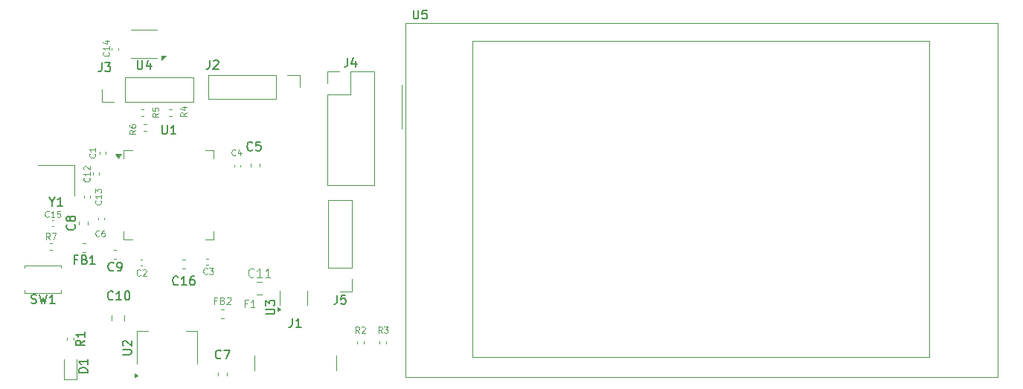
<source format=gbr>
%TF.GenerationSoftware,KiCad,Pcbnew,9.0.4*%
%TF.CreationDate,2025-11-14T09:23:00+05:30*%
%TF.ProjectId,stm32f446re,73746d33-3266-4343-9436-72652e6b6963,rev?*%
%TF.SameCoordinates,Original*%
%TF.FileFunction,Legend,Top*%
%TF.FilePolarity,Positive*%
%FSLAX46Y46*%
G04 Gerber Fmt 4.6, Leading zero omitted, Abs format (unit mm)*
G04 Created by KiCad (PCBNEW 9.0.4) date 2025-11-14 09:23:00*
%MOMM*%
%LPD*%
G01*
G04 APERTURE LIST*
%ADD10C,0.087500*%
%ADD11C,0.150000*%
%ADD12C,0.100000*%
%ADD13C,0.125000*%
%ADD14C,0.120000*%
G04 APERTURE END LIST*
D10*
X80983333Y-75512616D02*
X80950000Y-75545950D01*
X80950000Y-75545950D02*
X80850000Y-75579283D01*
X80850000Y-75579283D02*
X80783333Y-75579283D01*
X80783333Y-75579283D02*
X80683333Y-75545950D01*
X80683333Y-75545950D02*
X80616667Y-75479283D01*
X80616667Y-75479283D02*
X80583333Y-75412616D01*
X80583333Y-75412616D02*
X80550000Y-75279283D01*
X80550000Y-75279283D02*
X80550000Y-75179283D01*
X80550000Y-75179283D02*
X80583333Y-75045950D01*
X80583333Y-75045950D02*
X80616667Y-74979283D01*
X80616667Y-74979283D02*
X80683333Y-74912616D01*
X80683333Y-74912616D02*
X80783333Y-74879283D01*
X80783333Y-74879283D02*
X80850000Y-74879283D01*
X80850000Y-74879283D02*
X80950000Y-74912616D01*
X80950000Y-74912616D02*
X80983333Y-74945950D01*
X81250000Y-74945950D02*
X81283333Y-74912616D01*
X81283333Y-74912616D02*
X81350000Y-74879283D01*
X81350000Y-74879283D02*
X81516667Y-74879283D01*
X81516667Y-74879283D02*
X81583333Y-74912616D01*
X81583333Y-74912616D02*
X81616667Y-74945950D01*
X81616667Y-74945950D02*
X81650000Y-75012616D01*
X81650000Y-75012616D02*
X81650000Y-75079283D01*
X81650000Y-75079283D02*
X81616667Y-75179283D01*
X81616667Y-75179283D02*
X81216667Y-75579283D01*
X81216667Y-75579283D02*
X81650000Y-75579283D01*
X86219283Y-57016666D02*
X85885950Y-57249999D01*
X86219283Y-57416666D02*
X85519283Y-57416666D01*
X85519283Y-57416666D02*
X85519283Y-57149999D01*
X85519283Y-57149999D02*
X85552616Y-57083333D01*
X85552616Y-57083333D02*
X85585950Y-57049999D01*
X85585950Y-57049999D02*
X85652616Y-57016666D01*
X85652616Y-57016666D02*
X85752616Y-57016666D01*
X85752616Y-57016666D02*
X85819283Y-57049999D01*
X85819283Y-57049999D02*
X85852616Y-57083333D01*
X85852616Y-57083333D02*
X85885950Y-57149999D01*
X85885950Y-57149999D02*
X85885950Y-57416666D01*
X85752616Y-56416666D02*
X86219283Y-56416666D01*
X85485950Y-56583333D02*
X85985950Y-56749999D01*
X85985950Y-56749999D02*
X85985950Y-56316666D01*
D11*
X93733333Y-61259580D02*
X93685714Y-61307200D01*
X93685714Y-61307200D02*
X93542857Y-61354819D01*
X93542857Y-61354819D02*
X93447619Y-61354819D01*
X93447619Y-61354819D02*
X93304762Y-61307200D01*
X93304762Y-61307200D02*
X93209524Y-61211961D01*
X93209524Y-61211961D02*
X93161905Y-61116723D01*
X93161905Y-61116723D02*
X93114286Y-60926247D01*
X93114286Y-60926247D02*
X93114286Y-60783390D01*
X93114286Y-60783390D02*
X93161905Y-60592914D01*
X93161905Y-60592914D02*
X93209524Y-60497676D01*
X93209524Y-60497676D02*
X93304762Y-60402438D01*
X93304762Y-60402438D02*
X93447619Y-60354819D01*
X93447619Y-60354819D02*
X93542857Y-60354819D01*
X93542857Y-60354819D02*
X93685714Y-60402438D01*
X93685714Y-60402438D02*
X93733333Y-60450057D01*
X94638095Y-60354819D02*
X94161905Y-60354819D01*
X94161905Y-60354819D02*
X94114286Y-60831009D01*
X94114286Y-60831009D02*
X94161905Y-60783390D01*
X94161905Y-60783390D02*
X94257143Y-60735771D01*
X94257143Y-60735771D02*
X94495238Y-60735771D01*
X94495238Y-60735771D02*
X94590476Y-60783390D01*
X94590476Y-60783390D02*
X94638095Y-60831009D01*
X94638095Y-60831009D02*
X94685714Y-60926247D01*
X94685714Y-60926247D02*
X94685714Y-61164342D01*
X94685714Y-61164342D02*
X94638095Y-61259580D01*
X94638095Y-61259580D02*
X94590476Y-61307200D01*
X94590476Y-61307200D02*
X94495238Y-61354819D01*
X94495238Y-61354819D02*
X94257143Y-61354819D01*
X94257143Y-61354819D02*
X94161905Y-61307200D01*
X94161905Y-61307200D02*
X94114286Y-61259580D01*
X77857142Y-78259580D02*
X77809523Y-78307200D01*
X77809523Y-78307200D02*
X77666666Y-78354819D01*
X77666666Y-78354819D02*
X77571428Y-78354819D01*
X77571428Y-78354819D02*
X77428571Y-78307200D01*
X77428571Y-78307200D02*
X77333333Y-78211961D01*
X77333333Y-78211961D02*
X77285714Y-78116723D01*
X77285714Y-78116723D02*
X77238095Y-77926247D01*
X77238095Y-77926247D02*
X77238095Y-77783390D01*
X77238095Y-77783390D02*
X77285714Y-77592914D01*
X77285714Y-77592914D02*
X77333333Y-77497676D01*
X77333333Y-77497676D02*
X77428571Y-77402438D01*
X77428571Y-77402438D02*
X77571428Y-77354819D01*
X77571428Y-77354819D02*
X77666666Y-77354819D01*
X77666666Y-77354819D02*
X77809523Y-77402438D01*
X77809523Y-77402438D02*
X77857142Y-77450057D01*
X78809523Y-78354819D02*
X78238095Y-78354819D01*
X78523809Y-78354819D02*
X78523809Y-77354819D01*
X78523809Y-77354819D02*
X78428571Y-77497676D01*
X78428571Y-77497676D02*
X78333333Y-77592914D01*
X78333333Y-77592914D02*
X78238095Y-77640533D01*
X79428571Y-77354819D02*
X79523809Y-77354819D01*
X79523809Y-77354819D02*
X79619047Y-77402438D01*
X79619047Y-77402438D02*
X79666666Y-77450057D01*
X79666666Y-77450057D02*
X79714285Y-77545295D01*
X79714285Y-77545295D02*
X79761904Y-77735771D01*
X79761904Y-77735771D02*
X79761904Y-77973866D01*
X79761904Y-77973866D02*
X79714285Y-78164342D01*
X79714285Y-78164342D02*
X79666666Y-78259580D01*
X79666666Y-78259580D02*
X79619047Y-78307200D01*
X79619047Y-78307200D02*
X79523809Y-78354819D01*
X79523809Y-78354819D02*
X79428571Y-78354819D01*
X79428571Y-78354819D02*
X79333333Y-78307200D01*
X79333333Y-78307200D02*
X79285714Y-78259580D01*
X79285714Y-78259580D02*
X79238095Y-78164342D01*
X79238095Y-78164342D02*
X79190476Y-77973866D01*
X79190476Y-77973866D02*
X79190476Y-77735771D01*
X79190476Y-77735771D02*
X79238095Y-77545295D01*
X79238095Y-77545295D02*
X79285714Y-77450057D01*
X79285714Y-77450057D02*
X79333333Y-77402438D01*
X79333333Y-77402438D02*
X79428571Y-77354819D01*
D10*
X77352616Y-50150000D02*
X77385950Y-50183333D01*
X77385950Y-50183333D02*
X77419283Y-50283333D01*
X77419283Y-50283333D02*
X77419283Y-50350000D01*
X77419283Y-50350000D02*
X77385950Y-50450000D01*
X77385950Y-50450000D02*
X77319283Y-50516667D01*
X77319283Y-50516667D02*
X77252616Y-50550000D01*
X77252616Y-50550000D02*
X77119283Y-50583333D01*
X77119283Y-50583333D02*
X77019283Y-50583333D01*
X77019283Y-50583333D02*
X76885950Y-50550000D01*
X76885950Y-50550000D02*
X76819283Y-50516667D01*
X76819283Y-50516667D02*
X76752616Y-50450000D01*
X76752616Y-50450000D02*
X76719283Y-50350000D01*
X76719283Y-50350000D02*
X76719283Y-50283333D01*
X76719283Y-50283333D02*
X76752616Y-50183333D01*
X76752616Y-50183333D02*
X76785950Y-50150000D01*
X77419283Y-49483333D02*
X77419283Y-49883333D01*
X77419283Y-49683333D02*
X76719283Y-49683333D01*
X76719283Y-49683333D02*
X76819283Y-49750000D01*
X76819283Y-49750000D02*
X76885950Y-49816667D01*
X76885950Y-49816667D02*
X76919283Y-49883333D01*
X76952616Y-48883333D02*
X77419283Y-48883333D01*
X76685950Y-49050000D02*
X77185950Y-49216666D01*
X77185950Y-49216666D02*
X77185950Y-48783333D01*
D11*
X76566666Y-51354819D02*
X76566666Y-52069104D01*
X76566666Y-52069104D02*
X76519047Y-52211961D01*
X76519047Y-52211961D02*
X76423809Y-52307200D01*
X76423809Y-52307200D02*
X76280952Y-52354819D01*
X76280952Y-52354819D02*
X76185714Y-52354819D01*
X76947619Y-51354819D02*
X77566666Y-51354819D01*
X77566666Y-51354819D02*
X77233333Y-51735771D01*
X77233333Y-51735771D02*
X77376190Y-51735771D01*
X77376190Y-51735771D02*
X77471428Y-51783390D01*
X77471428Y-51783390D02*
X77519047Y-51831009D01*
X77519047Y-51831009D02*
X77566666Y-51926247D01*
X77566666Y-51926247D02*
X77566666Y-52164342D01*
X77566666Y-52164342D02*
X77519047Y-52259580D01*
X77519047Y-52259580D02*
X77471428Y-52307200D01*
X77471428Y-52307200D02*
X77376190Y-52354819D01*
X77376190Y-52354819D02*
X77090476Y-52354819D01*
X77090476Y-52354819D02*
X76995238Y-52307200D01*
X76995238Y-52307200D02*
X76947619Y-52259580D01*
X78954819Y-84561904D02*
X79764342Y-84561904D01*
X79764342Y-84561904D02*
X79859580Y-84514285D01*
X79859580Y-84514285D02*
X79907200Y-84466666D01*
X79907200Y-84466666D02*
X79954819Y-84371428D01*
X79954819Y-84371428D02*
X79954819Y-84180952D01*
X79954819Y-84180952D02*
X79907200Y-84085714D01*
X79907200Y-84085714D02*
X79859580Y-84038095D01*
X79859580Y-84038095D02*
X79764342Y-83990476D01*
X79764342Y-83990476D02*
X78954819Y-83990476D01*
X79050057Y-83561904D02*
X79002438Y-83514285D01*
X79002438Y-83514285D02*
X78954819Y-83419047D01*
X78954819Y-83419047D02*
X78954819Y-83180952D01*
X78954819Y-83180952D02*
X79002438Y-83085714D01*
X79002438Y-83085714D02*
X79050057Y-83038095D01*
X79050057Y-83038095D02*
X79145295Y-82990476D01*
X79145295Y-82990476D02*
X79240533Y-82990476D01*
X79240533Y-82990476D02*
X79383390Y-83038095D01*
X79383390Y-83038095D02*
X79954819Y-83609523D01*
X79954819Y-83609523D02*
X79954819Y-82990476D01*
X103366666Y-77814819D02*
X103366666Y-78529104D01*
X103366666Y-78529104D02*
X103319047Y-78671961D01*
X103319047Y-78671961D02*
X103223809Y-78767200D01*
X103223809Y-78767200D02*
X103080952Y-78814819D01*
X103080952Y-78814819D02*
X102985714Y-78814819D01*
X104319047Y-77814819D02*
X103842857Y-77814819D01*
X103842857Y-77814819D02*
X103795238Y-78291009D01*
X103795238Y-78291009D02*
X103842857Y-78243390D01*
X103842857Y-78243390D02*
X103938095Y-78195771D01*
X103938095Y-78195771D02*
X104176190Y-78195771D01*
X104176190Y-78195771D02*
X104271428Y-78243390D01*
X104271428Y-78243390D02*
X104319047Y-78291009D01*
X104319047Y-78291009D02*
X104366666Y-78386247D01*
X104366666Y-78386247D02*
X104366666Y-78624342D01*
X104366666Y-78624342D02*
X104319047Y-78719580D01*
X104319047Y-78719580D02*
X104271428Y-78767200D01*
X104271428Y-78767200D02*
X104176190Y-78814819D01*
X104176190Y-78814819D02*
X103938095Y-78814819D01*
X103938095Y-78814819D02*
X103842857Y-78767200D01*
X103842857Y-78767200D02*
X103795238Y-78719580D01*
X73766666Y-73761009D02*
X73433333Y-73761009D01*
X73433333Y-74284819D02*
X73433333Y-73284819D01*
X73433333Y-73284819D02*
X73909523Y-73284819D01*
X74623809Y-73761009D02*
X74766666Y-73808628D01*
X74766666Y-73808628D02*
X74814285Y-73856247D01*
X74814285Y-73856247D02*
X74861904Y-73951485D01*
X74861904Y-73951485D02*
X74861904Y-74094342D01*
X74861904Y-74094342D02*
X74814285Y-74189580D01*
X74814285Y-74189580D02*
X74766666Y-74237200D01*
X74766666Y-74237200D02*
X74671428Y-74284819D01*
X74671428Y-74284819D02*
X74290476Y-74284819D01*
X74290476Y-74284819D02*
X74290476Y-73284819D01*
X74290476Y-73284819D02*
X74623809Y-73284819D01*
X74623809Y-73284819D02*
X74719047Y-73332438D01*
X74719047Y-73332438D02*
X74766666Y-73380057D01*
X74766666Y-73380057D02*
X74814285Y-73475295D01*
X74814285Y-73475295D02*
X74814285Y-73570533D01*
X74814285Y-73570533D02*
X74766666Y-73665771D01*
X74766666Y-73665771D02*
X74719047Y-73713390D01*
X74719047Y-73713390D02*
X74623809Y-73761009D01*
X74623809Y-73761009D02*
X74290476Y-73761009D01*
X75814285Y-74284819D02*
X75242857Y-74284819D01*
X75528571Y-74284819D02*
X75528571Y-73284819D01*
X75528571Y-73284819D02*
X75433333Y-73427676D01*
X75433333Y-73427676D02*
X75338095Y-73522914D01*
X75338095Y-73522914D02*
X75242857Y-73570533D01*
D10*
X76283333Y-71052616D02*
X76250000Y-71085950D01*
X76250000Y-71085950D02*
X76150000Y-71119283D01*
X76150000Y-71119283D02*
X76083333Y-71119283D01*
X76083333Y-71119283D02*
X75983333Y-71085950D01*
X75983333Y-71085950D02*
X75916667Y-71019283D01*
X75916667Y-71019283D02*
X75883333Y-70952616D01*
X75883333Y-70952616D02*
X75850000Y-70819283D01*
X75850000Y-70819283D02*
X75850000Y-70719283D01*
X75850000Y-70719283D02*
X75883333Y-70585950D01*
X75883333Y-70585950D02*
X75916667Y-70519283D01*
X75916667Y-70519283D02*
X75983333Y-70452616D01*
X75983333Y-70452616D02*
X76083333Y-70419283D01*
X76083333Y-70419283D02*
X76150000Y-70419283D01*
X76150000Y-70419283D02*
X76250000Y-70452616D01*
X76250000Y-70452616D02*
X76283333Y-70485950D01*
X76883333Y-70419283D02*
X76750000Y-70419283D01*
X76750000Y-70419283D02*
X76683333Y-70452616D01*
X76683333Y-70452616D02*
X76650000Y-70485950D01*
X76650000Y-70485950D02*
X76583333Y-70585950D01*
X76583333Y-70585950D02*
X76550000Y-70719283D01*
X76550000Y-70719283D02*
X76550000Y-70985950D01*
X76550000Y-70985950D02*
X76583333Y-71052616D01*
X76583333Y-71052616D02*
X76616667Y-71085950D01*
X76616667Y-71085950D02*
X76683333Y-71119283D01*
X76683333Y-71119283D02*
X76816667Y-71119283D01*
X76816667Y-71119283D02*
X76883333Y-71085950D01*
X76883333Y-71085950D02*
X76916667Y-71052616D01*
X76916667Y-71052616D02*
X76950000Y-70985950D01*
X76950000Y-70985950D02*
X76950000Y-70819283D01*
X76950000Y-70819283D02*
X76916667Y-70752616D01*
X76916667Y-70752616D02*
X76883333Y-70719283D01*
X76883333Y-70719283D02*
X76816667Y-70685950D01*
X76816667Y-70685950D02*
X76683333Y-70685950D01*
X76683333Y-70685950D02*
X76616667Y-70719283D01*
X76616667Y-70719283D02*
X76583333Y-70752616D01*
X76583333Y-70752616D02*
X76550000Y-70819283D01*
X70683333Y-71449283D02*
X70450000Y-71115950D01*
X70283333Y-71449283D02*
X70283333Y-70749283D01*
X70283333Y-70749283D02*
X70550000Y-70749283D01*
X70550000Y-70749283D02*
X70616667Y-70782616D01*
X70616667Y-70782616D02*
X70650000Y-70815950D01*
X70650000Y-70815950D02*
X70683333Y-70882616D01*
X70683333Y-70882616D02*
X70683333Y-70982616D01*
X70683333Y-70982616D02*
X70650000Y-71049283D01*
X70650000Y-71049283D02*
X70616667Y-71082616D01*
X70616667Y-71082616D02*
X70550000Y-71115950D01*
X70550000Y-71115950D02*
X70283333Y-71115950D01*
X70916667Y-70749283D02*
X71383333Y-70749283D01*
X71383333Y-70749283D02*
X71083333Y-71449283D01*
D11*
X77933333Y-74959580D02*
X77885714Y-75007200D01*
X77885714Y-75007200D02*
X77742857Y-75054819D01*
X77742857Y-75054819D02*
X77647619Y-75054819D01*
X77647619Y-75054819D02*
X77504762Y-75007200D01*
X77504762Y-75007200D02*
X77409524Y-74911961D01*
X77409524Y-74911961D02*
X77361905Y-74816723D01*
X77361905Y-74816723D02*
X77314286Y-74626247D01*
X77314286Y-74626247D02*
X77314286Y-74483390D01*
X77314286Y-74483390D02*
X77361905Y-74292914D01*
X77361905Y-74292914D02*
X77409524Y-74197676D01*
X77409524Y-74197676D02*
X77504762Y-74102438D01*
X77504762Y-74102438D02*
X77647619Y-74054819D01*
X77647619Y-74054819D02*
X77742857Y-74054819D01*
X77742857Y-74054819D02*
X77885714Y-74102438D01*
X77885714Y-74102438D02*
X77933333Y-74150057D01*
X78409524Y-75054819D02*
X78600000Y-75054819D01*
X78600000Y-75054819D02*
X78695238Y-75007200D01*
X78695238Y-75007200D02*
X78742857Y-74959580D01*
X78742857Y-74959580D02*
X78838095Y-74816723D01*
X78838095Y-74816723D02*
X78885714Y-74626247D01*
X78885714Y-74626247D02*
X78885714Y-74245295D01*
X78885714Y-74245295D02*
X78838095Y-74150057D01*
X78838095Y-74150057D02*
X78790476Y-74102438D01*
X78790476Y-74102438D02*
X78695238Y-74054819D01*
X78695238Y-74054819D02*
X78504762Y-74054819D01*
X78504762Y-74054819D02*
X78409524Y-74102438D01*
X78409524Y-74102438D02*
X78361905Y-74150057D01*
X78361905Y-74150057D02*
X78314286Y-74245295D01*
X78314286Y-74245295D02*
X78314286Y-74483390D01*
X78314286Y-74483390D02*
X78361905Y-74578628D01*
X78361905Y-74578628D02*
X78409524Y-74626247D01*
X78409524Y-74626247D02*
X78504762Y-74673866D01*
X78504762Y-74673866D02*
X78695238Y-74673866D01*
X78695238Y-74673866D02*
X78790476Y-74626247D01*
X78790476Y-74626247D02*
X78838095Y-74578628D01*
X78838095Y-74578628D02*
X78885714Y-74483390D01*
X104561666Y-50794819D02*
X104561666Y-51509104D01*
X104561666Y-51509104D02*
X104514047Y-51651961D01*
X104514047Y-51651961D02*
X104418809Y-51747200D01*
X104418809Y-51747200D02*
X104275952Y-51794819D01*
X104275952Y-51794819D02*
X104180714Y-51794819D01*
X105466428Y-51128152D02*
X105466428Y-51794819D01*
X105228333Y-50747200D02*
X104990238Y-51461485D01*
X104990238Y-51461485D02*
X105609285Y-51461485D01*
X98266666Y-80444819D02*
X98266666Y-81159104D01*
X98266666Y-81159104D02*
X98219047Y-81301961D01*
X98219047Y-81301961D02*
X98123809Y-81397200D01*
X98123809Y-81397200D02*
X97980952Y-81444819D01*
X97980952Y-81444819D02*
X97885714Y-81444819D01*
X99266666Y-81444819D02*
X98695238Y-81444819D01*
X98980952Y-81444819D02*
X98980952Y-80444819D01*
X98980952Y-80444819D02*
X98885714Y-80587676D01*
X98885714Y-80587676D02*
X98790476Y-80682914D01*
X98790476Y-80682914D02*
X98695238Y-80730533D01*
X74954819Y-86628094D02*
X73954819Y-86628094D01*
X73954819Y-86628094D02*
X73954819Y-86389999D01*
X73954819Y-86389999D02*
X74002438Y-86247142D01*
X74002438Y-86247142D02*
X74097676Y-86151904D01*
X74097676Y-86151904D02*
X74192914Y-86104285D01*
X74192914Y-86104285D02*
X74383390Y-86056666D01*
X74383390Y-86056666D02*
X74526247Y-86056666D01*
X74526247Y-86056666D02*
X74716723Y-86104285D01*
X74716723Y-86104285D02*
X74811961Y-86151904D01*
X74811961Y-86151904D02*
X74907200Y-86247142D01*
X74907200Y-86247142D02*
X74954819Y-86389999D01*
X74954819Y-86389999D02*
X74954819Y-86628094D01*
X74954819Y-85104285D02*
X74954819Y-85675713D01*
X74954819Y-85389999D02*
X73954819Y-85389999D01*
X73954819Y-85389999D02*
X74097676Y-85485237D01*
X74097676Y-85485237D02*
X74192914Y-85580475D01*
X74192914Y-85580475D02*
X74240533Y-85675713D01*
X74624819Y-82956666D02*
X74148628Y-83289999D01*
X74624819Y-83528094D02*
X73624819Y-83528094D01*
X73624819Y-83528094D02*
X73624819Y-83147142D01*
X73624819Y-83147142D02*
X73672438Y-83051904D01*
X73672438Y-83051904D02*
X73720057Y-83004285D01*
X73720057Y-83004285D02*
X73815295Y-82956666D01*
X73815295Y-82956666D02*
X73958152Y-82956666D01*
X73958152Y-82956666D02*
X74053390Y-83004285D01*
X74053390Y-83004285D02*
X74101009Y-83051904D01*
X74101009Y-83051904D02*
X74148628Y-83147142D01*
X74148628Y-83147142D02*
X74148628Y-83528094D01*
X74624819Y-82004285D02*
X74624819Y-82575713D01*
X74624819Y-82289999D02*
X73624819Y-82289999D01*
X73624819Y-82289999D02*
X73767676Y-82385237D01*
X73767676Y-82385237D02*
X73862914Y-82480475D01*
X73862914Y-82480475D02*
X73910533Y-82575713D01*
D10*
X75152616Y-64450000D02*
X75185950Y-64483333D01*
X75185950Y-64483333D02*
X75219283Y-64583333D01*
X75219283Y-64583333D02*
X75219283Y-64650000D01*
X75219283Y-64650000D02*
X75185950Y-64750000D01*
X75185950Y-64750000D02*
X75119283Y-64816667D01*
X75119283Y-64816667D02*
X75052616Y-64850000D01*
X75052616Y-64850000D02*
X74919283Y-64883333D01*
X74919283Y-64883333D02*
X74819283Y-64883333D01*
X74819283Y-64883333D02*
X74685950Y-64850000D01*
X74685950Y-64850000D02*
X74619283Y-64816667D01*
X74619283Y-64816667D02*
X74552616Y-64750000D01*
X74552616Y-64750000D02*
X74519283Y-64650000D01*
X74519283Y-64650000D02*
X74519283Y-64583333D01*
X74519283Y-64583333D02*
X74552616Y-64483333D01*
X74552616Y-64483333D02*
X74585950Y-64450000D01*
X75219283Y-63783333D02*
X75219283Y-64183333D01*
X75219283Y-63983333D02*
X74519283Y-63983333D01*
X74519283Y-63983333D02*
X74619283Y-64050000D01*
X74619283Y-64050000D02*
X74685950Y-64116667D01*
X74685950Y-64116667D02*
X74719283Y-64183333D01*
X74585950Y-63516666D02*
X74552616Y-63483333D01*
X74552616Y-63483333D02*
X74519283Y-63416666D01*
X74519283Y-63416666D02*
X74519283Y-63250000D01*
X74519283Y-63250000D02*
X74552616Y-63183333D01*
X74552616Y-63183333D02*
X74585950Y-63150000D01*
X74585950Y-63150000D02*
X74652616Y-63116666D01*
X74652616Y-63116666D02*
X74719283Y-63116666D01*
X74719283Y-63116666D02*
X74819283Y-63150000D01*
X74819283Y-63150000D02*
X75219283Y-63550000D01*
X75219283Y-63550000D02*
X75219283Y-63116666D01*
X108483333Y-82119283D02*
X108250000Y-81785950D01*
X108083333Y-82119283D02*
X108083333Y-81419283D01*
X108083333Y-81419283D02*
X108350000Y-81419283D01*
X108350000Y-81419283D02*
X108416667Y-81452616D01*
X108416667Y-81452616D02*
X108450000Y-81485950D01*
X108450000Y-81485950D02*
X108483333Y-81552616D01*
X108483333Y-81552616D02*
X108483333Y-81652616D01*
X108483333Y-81652616D02*
X108450000Y-81719283D01*
X108450000Y-81719283D02*
X108416667Y-81752616D01*
X108416667Y-81752616D02*
X108350000Y-81785950D01*
X108350000Y-81785950D02*
X108083333Y-81785950D01*
X108716667Y-81419283D02*
X109150000Y-81419283D01*
X109150000Y-81419283D02*
X108916667Y-81685950D01*
X108916667Y-81685950D02*
X109016667Y-81685950D01*
X109016667Y-81685950D02*
X109083333Y-81719283D01*
X109083333Y-81719283D02*
X109116667Y-81752616D01*
X109116667Y-81752616D02*
X109150000Y-81819283D01*
X109150000Y-81819283D02*
X109150000Y-81985950D01*
X109150000Y-81985950D02*
X109116667Y-82052616D01*
X109116667Y-82052616D02*
X109083333Y-82085950D01*
X109083333Y-82085950D02*
X109016667Y-82119283D01*
X109016667Y-82119283D02*
X108816667Y-82119283D01*
X108816667Y-82119283D02*
X108750000Y-82085950D01*
X108750000Y-82085950D02*
X108716667Y-82052616D01*
X83019283Y-57116666D02*
X82685950Y-57349999D01*
X83019283Y-57516666D02*
X82319283Y-57516666D01*
X82319283Y-57516666D02*
X82319283Y-57249999D01*
X82319283Y-57249999D02*
X82352616Y-57183333D01*
X82352616Y-57183333D02*
X82385950Y-57149999D01*
X82385950Y-57149999D02*
X82452616Y-57116666D01*
X82452616Y-57116666D02*
X82552616Y-57116666D01*
X82552616Y-57116666D02*
X82619283Y-57149999D01*
X82619283Y-57149999D02*
X82652616Y-57183333D01*
X82652616Y-57183333D02*
X82685950Y-57249999D01*
X82685950Y-57249999D02*
X82685950Y-57516666D01*
X82319283Y-56483333D02*
X82319283Y-56816666D01*
X82319283Y-56816666D02*
X82652616Y-56849999D01*
X82652616Y-56849999D02*
X82619283Y-56816666D01*
X82619283Y-56816666D02*
X82585950Y-56749999D01*
X82585950Y-56749999D02*
X82585950Y-56583333D01*
X82585950Y-56583333D02*
X82619283Y-56516666D01*
X82619283Y-56516666D02*
X82652616Y-56483333D01*
X82652616Y-56483333D02*
X82719283Y-56449999D01*
X82719283Y-56449999D02*
X82885950Y-56449999D01*
X82885950Y-56449999D02*
X82952616Y-56483333D01*
X82952616Y-56483333D02*
X82985950Y-56516666D01*
X82985950Y-56516666D02*
X83019283Y-56583333D01*
X83019283Y-56583333D02*
X83019283Y-56749999D01*
X83019283Y-56749999D02*
X82985950Y-56816666D01*
X82985950Y-56816666D02*
X82952616Y-56849999D01*
D11*
X80638095Y-51104819D02*
X80638095Y-51914342D01*
X80638095Y-51914342D02*
X80685714Y-52009580D01*
X80685714Y-52009580D02*
X80733333Y-52057200D01*
X80733333Y-52057200D02*
X80828571Y-52104819D01*
X80828571Y-52104819D02*
X81019047Y-52104819D01*
X81019047Y-52104819D02*
X81114285Y-52057200D01*
X81114285Y-52057200D02*
X81161904Y-52009580D01*
X81161904Y-52009580D02*
X81209523Y-51914342D01*
X81209523Y-51914342D02*
X81209523Y-51104819D01*
X82114285Y-51438152D02*
X82114285Y-52104819D01*
X81876190Y-51057200D02*
X81638095Y-51771485D01*
X81638095Y-51771485D02*
X82257142Y-51771485D01*
X90133333Y-84959580D02*
X90085714Y-85007200D01*
X90085714Y-85007200D02*
X89942857Y-85054819D01*
X89942857Y-85054819D02*
X89847619Y-85054819D01*
X89847619Y-85054819D02*
X89704762Y-85007200D01*
X89704762Y-85007200D02*
X89609524Y-84911961D01*
X89609524Y-84911961D02*
X89561905Y-84816723D01*
X89561905Y-84816723D02*
X89514286Y-84626247D01*
X89514286Y-84626247D02*
X89514286Y-84483390D01*
X89514286Y-84483390D02*
X89561905Y-84292914D01*
X89561905Y-84292914D02*
X89609524Y-84197676D01*
X89609524Y-84197676D02*
X89704762Y-84102438D01*
X89704762Y-84102438D02*
X89847619Y-84054819D01*
X89847619Y-84054819D02*
X89942857Y-84054819D01*
X89942857Y-84054819D02*
X90085714Y-84102438D01*
X90085714Y-84102438D02*
X90133333Y-84150057D01*
X90466667Y-84054819D02*
X91133333Y-84054819D01*
X91133333Y-84054819D02*
X90704762Y-85054819D01*
X112038095Y-45354819D02*
X112038095Y-46164342D01*
X112038095Y-46164342D02*
X112085714Y-46259580D01*
X112085714Y-46259580D02*
X112133333Y-46307200D01*
X112133333Y-46307200D02*
X112228571Y-46354819D01*
X112228571Y-46354819D02*
X112419047Y-46354819D01*
X112419047Y-46354819D02*
X112514285Y-46307200D01*
X112514285Y-46307200D02*
X112561904Y-46259580D01*
X112561904Y-46259580D02*
X112609523Y-46164342D01*
X112609523Y-46164342D02*
X112609523Y-45354819D01*
X113561904Y-45354819D02*
X113085714Y-45354819D01*
X113085714Y-45354819D02*
X113038095Y-45831009D01*
X113038095Y-45831009D02*
X113085714Y-45783390D01*
X113085714Y-45783390D02*
X113180952Y-45735771D01*
X113180952Y-45735771D02*
X113419047Y-45735771D01*
X113419047Y-45735771D02*
X113514285Y-45783390D01*
X113514285Y-45783390D02*
X113561904Y-45831009D01*
X113561904Y-45831009D02*
X113609523Y-45926247D01*
X113609523Y-45926247D02*
X113609523Y-46164342D01*
X113609523Y-46164342D02*
X113561904Y-46259580D01*
X113561904Y-46259580D02*
X113514285Y-46307200D01*
X113514285Y-46307200D02*
X113419047Y-46354819D01*
X113419047Y-46354819D02*
X113180952Y-46354819D01*
X113180952Y-46354819D02*
X113085714Y-46307200D01*
X113085714Y-46307200D02*
X113038095Y-46259580D01*
D12*
X89633333Y-78415847D02*
X89366667Y-78415847D01*
X89366667Y-78834895D02*
X89366667Y-78034895D01*
X89366667Y-78034895D02*
X89747619Y-78034895D01*
X90319047Y-78415847D02*
X90433333Y-78453942D01*
X90433333Y-78453942D02*
X90471428Y-78492038D01*
X90471428Y-78492038D02*
X90509524Y-78568228D01*
X90509524Y-78568228D02*
X90509524Y-78682514D01*
X90509524Y-78682514D02*
X90471428Y-78758704D01*
X90471428Y-78758704D02*
X90433333Y-78796800D01*
X90433333Y-78796800D02*
X90357143Y-78834895D01*
X90357143Y-78834895D02*
X90052381Y-78834895D01*
X90052381Y-78834895D02*
X90052381Y-78034895D01*
X90052381Y-78034895D02*
X90319047Y-78034895D01*
X90319047Y-78034895D02*
X90395238Y-78072990D01*
X90395238Y-78072990D02*
X90433333Y-78111085D01*
X90433333Y-78111085D02*
X90471428Y-78187276D01*
X90471428Y-78187276D02*
X90471428Y-78263466D01*
X90471428Y-78263466D02*
X90433333Y-78339657D01*
X90433333Y-78339657D02*
X90395238Y-78377752D01*
X90395238Y-78377752D02*
X90319047Y-78415847D01*
X90319047Y-78415847D02*
X90052381Y-78415847D01*
X90814285Y-78111085D02*
X90852381Y-78072990D01*
X90852381Y-78072990D02*
X90928571Y-78034895D01*
X90928571Y-78034895D02*
X91119047Y-78034895D01*
X91119047Y-78034895D02*
X91195238Y-78072990D01*
X91195238Y-78072990D02*
X91233333Y-78111085D01*
X91233333Y-78111085D02*
X91271428Y-78187276D01*
X91271428Y-78187276D02*
X91271428Y-78263466D01*
X91271428Y-78263466D02*
X91233333Y-78377752D01*
X91233333Y-78377752D02*
X90776190Y-78834895D01*
X90776190Y-78834895D02*
X91271428Y-78834895D01*
D10*
X88583333Y-75352616D02*
X88550000Y-75385950D01*
X88550000Y-75385950D02*
X88450000Y-75419283D01*
X88450000Y-75419283D02*
X88383333Y-75419283D01*
X88383333Y-75419283D02*
X88283333Y-75385950D01*
X88283333Y-75385950D02*
X88216667Y-75319283D01*
X88216667Y-75319283D02*
X88183333Y-75252616D01*
X88183333Y-75252616D02*
X88150000Y-75119283D01*
X88150000Y-75119283D02*
X88150000Y-75019283D01*
X88150000Y-75019283D02*
X88183333Y-74885950D01*
X88183333Y-74885950D02*
X88216667Y-74819283D01*
X88216667Y-74819283D02*
X88283333Y-74752616D01*
X88283333Y-74752616D02*
X88383333Y-74719283D01*
X88383333Y-74719283D02*
X88450000Y-74719283D01*
X88450000Y-74719283D02*
X88550000Y-74752616D01*
X88550000Y-74752616D02*
X88583333Y-74785950D01*
X88816667Y-74719283D02*
X89250000Y-74719283D01*
X89250000Y-74719283D02*
X89016667Y-74985950D01*
X89016667Y-74985950D02*
X89116667Y-74985950D01*
X89116667Y-74985950D02*
X89183333Y-75019283D01*
X89183333Y-75019283D02*
X89216667Y-75052616D01*
X89216667Y-75052616D02*
X89250000Y-75119283D01*
X89250000Y-75119283D02*
X89250000Y-75285950D01*
X89250000Y-75285950D02*
X89216667Y-75352616D01*
X89216667Y-75352616D02*
X89183333Y-75385950D01*
X89183333Y-75385950D02*
X89116667Y-75419283D01*
X89116667Y-75419283D02*
X88916667Y-75419283D01*
X88916667Y-75419283D02*
X88850000Y-75385950D01*
X88850000Y-75385950D02*
X88816667Y-75352616D01*
X105883333Y-82119283D02*
X105650000Y-81785950D01*
X105483333Y-82119283D02*
X105483333Y-81419283D01*
X105483333Y-81419283D02*
X105750000Y-81419283D01*
X105750000Y-81419283D02*
X105816667Y-81452616D01*
X105816667Y-81452616D02*
X105850000Y-81485950D01*
X105850000Y-81485950D02*
X105883333Y-81552616D01*
X105883333Y-81552616D02*
X105883333Y-81652616D01*
X105883333Y-81652616D02*
X105850000Y-81719283D01*
X105850000Y-81719283D02*
X105816667Y-81752616D01*
X105816667Y-81752616D02*
X105750000Y-81785950D01*
X105750000Y-81785950D02*
X105483333Y-81785950D01*
X106150000Y-81485950D02*
X106183333Y-81452616D01*
X106183333Y-81452616D02*
X106250000Y-81419283D01*
X106250000Y-81419283D02*
X106416667Y-81419283D01*
X106416667Y-81419283D02*
X106483333Y-81452616D01*
X106483333Y-81452616D02*
X106516667Y-81485950D01*
X106516667Y-81485950D02*
X106550000Y-81552616D01*
X106550000Y-81552616D02*
X106550000Y-81619283D01*
X106550000Y-81619283D02*
X106516667Y-81719283D01*
X106516667Y-81719283D02*
X106116667Y-82119283D01*
X106116667Y-82119283D02*
X106550000Y-82119283D01*
X91783333Y-61852616D02*
X91750000Y-61885950D01*
X91750000Y-61885950D02*
X91650000Y-61919283D01*
X91650000Y-61919283D02*
X91583333Y-61919283D01*
X91583333Y-61919283D02*
X91483333Y-61885950D01*
X91483333Y-61885950D02*
X91416667Y-61819283D01*
X91416667Y-61819283D02*
X91383333Y-61752616D01*
X91383333Y-61752616D02*
X91350000Y-61619283D01*
X91350000Y-61619283D02*
X91350000Y-61519283D01*
X91350000Y-61519283D02*
X91383333Y-61385950D01*
X91383333Y-61385950D02*
X91416667Y-61319283D01*
X91416667Y-61319283D02*
X91483333Y-61252616D01*
X91483333Y-61252616D02*
X91583333Y-61219283D01*
X91583333Y-61219283D02*
X91650000Y-61219283D01*
X91650000Y-61219283D02*
X91750000Y-61252616D01*
X91750000Y-61252616D02*
X91783333Y-61285950D01*
X92383333Y-61452616D02*
X92383333Y-61919283D01*
X92216667Y-61185950D02*
X92050000Y-61685950D01*
X92050000Y-61685950D02*
X92483333Y-61685950D01*
D11*
X73459580Y-69766666D02*
X73507200Y-69814285D01*
X73507200Y-69814285D02*
X73554819Y-69957142D01*
X73554819Y-69957142D02*
X73554819Y-70052380D01*
X73554819Y-70052380D02*
X73507200Y-70195237D01*
X73507200Y-70195237D02*
X73411961Y-70290475D01*
X73411961Y-70290475D02*
X73316723Y-70338094D01*
X73316723Y-70338094D02*
X73126247Y-70385713D01*
X73126247Y-70385713D02*
X72983390Y-70385713D01*
X72983390Y-70385713D02*
X72792914Y-70338094D01*
X72792914Y-70338094D02*
X72697676Y-70290475D01*
X72697676Y-70290475D02*
X72602438Y-70195237D01*
X72602438Y-70195237D02*
X72554819Y-70052380D01*
X72554819Y-70052380D02*
X72554819Y-69957142D01*
X72554819Y-69957142D02*
X72602438Y-69814285D01*
X72602438Y-69814285D02*
X72650057Y-69766666D01*
X72983390Y-69195237D02*
X72935771Y-69290475D01*
X72935771Y-69290475D02*
X72888152Y-69338094D01*
X72888152Y-69338094D02*
X72792914Y-69385713D01*
X72792914Y-69385713D02*
X72745295Y-69385713D01*
X72745295Y-69385713D02*
X72650057Y-69338094D01*
X72650057Y-69338094D02*
X72602438Y-69290475D01*
X72602438Y-69290475D02*
X72554819Y-69195237D01*
X72554819Y-69195237D02*
X72554819Y-69004761D01*
X72554819Y-69004761D02*
X72602438Y-68909523D01*
X72602438Y-68909523D02*
X72650057Y-68861904D01*
X72650057Y-68861904D02*
X72745295Y-68814285D01*
X72745295Y-68814285D02*
X72792914Y-68814285D01*
X72792914Y-68814285D02*
X72888152Y-68861904D01*
X72888152Y-68861904D02*
X72935771Y-68909523D01*
X72935771Y-68909523D02*
X72983390Y-69004761D01*
X72983390Y-69004761D02*
X72983390Y-69195237D01*
X72983390Y-69195237D02*
X73031009Y-69290475D01*
X73031009Y-69290475D02*
X73078628Y-69338094D01*
X73078628Y-69338094D02*
X73173866Y-69385713D01*
X73173866Y-69385713D02*
X73364342Y-69385713D01*
X73364342Y-69385713D02*
X73459580Y-69338094D01*
X73459580Y-69338094D02*
X73507200Y-69290475D01*
X73507200Y-69290475D02*
X73554819Y-69195237D01*
X73554819Y-69195237D02*
X73554819Y-69004761D01*
X73554819Y-69004761D02*
X73507200Y-68909523D01*
X73507200Y-68909523D02*
X73459580Y-68861904D01*
X73459580Y-68861904D02*
X73364342Y-68814285D01*
X73364342Y-68814285D02*
X73173866Y-68814285D01*
X73173866Y-68814285D02*
X73078628Y-68861904D01*
X73078628Y-68861904D02*
X73031009Y-68909523D01*
X73031009Y-68909523D02*
X72983390Y-69004761D01*
D10*
X80419283Y-59016666D02*
X80085950Y-59249999D01*
X80419283Y-59416666D02*
X79719283Y-59416666D01*
X79719283Y-59416666D02*
X79719283Y-59149999D01*
X79719283Y-59149999D02*
X79752616Y-59083333D01*
X79752616Y-59083333D02*
X79785950Y-59049999D01*
X79785950Y-59049999D02*
X79852616Y-59016666D01*
X79852616Y-59016666D02*
X79952616Y-59016666D01*
X79952616Y-59016666D02*
X80019283Y-59049999D01*
X80019283Y-59049999D02*
X80052616Y-59083333D01*
X80052616Y-59083333D02*
X80085950Y-59149999D01*
X80085950Y-59149999D02*
X80085950Y-59416666D01*
X79719283Y-58416666D02*
X79719283Y-58549999D01*
X79719283Y-58549999D02*
X79752616Y-58616666D01*
X79752616Y-58616666D02*
X79785950Y-58649999D01*
X79785950Y-58649999D02*
X79885950Y-58716666D01*
X79885950Y-58716666D02*
X80019283Y-58749999D01*
X80019283Y-58749999D02*
X80285950Y-58749999D01*
X80285950Y-58749999D02*
X80352616Y-58716666D01*
X80352616Y-58716666D02*
X80385950Y-58683333D01*
X80385950Y-58683333D02*
X80419283Y-58616666D01*
X80419283Y-58616666D02*
X80419283Y-58483333D01*
X80419283Y-58483333D02*
X80385950Y-58416666D01*
X80385950Y-58416666D02*
X80352616Y-58383333D01*
X80352616Y-58383333D02*
X80285950Y-58349999D01*
X80285950Y-58349999D02*
X80119283Y-58349999D01*
X80119283Y-58349999D02*
X80052616Y-58383333D01*
X80052616Y-58383333D02*
X80019283Y-58416666D01*
X80019283Y-58416666D02*
X79985950Y-58483333D01*
X79985950Y-58483333D02*
X79985950Y-58616666D01*
X79985950Y-58616666D02*
X80019283Y-58683333D01*
X80019283Y-58683333D02*
X80052616Y-58716666D01*
X80052616Y-58716666D02*
X80119283Y-58749999D01*
D11*
X95254819Y-79961904D02*
X96064342Y-79961904D01*
X96064342Y-79961904D02*
X96159580Y-79914285D01*
X96159580Y-79914285D02*
X96207200Y-79866666D01*
X96207200Y-79866666D02*
X96254819Y-79771428D01*
X96254819Y-79771428D02*
X96254819Y-79580952D01*
X96254819Y-79580952D02*
X96207200Y-79485714D01*
X96207200Y-79485714D02*
X96159580Y-79438095D01*
X96159580Y-79438095D02*
X96064342Y-79390476D01*
X96064342Y-79390476D02*
X95254819Y-79390476D01*
X95254819Y-79009523D02*
X95254819Y-78390476D01*
X95254819Y-78390476D02*
X95635771Y-78723809D01*
X95635771Y-78723809D02*
X95635771Y-78580952D01*
X95635771Y-78580952D02*
X95683390Y-78485714D01*
X95683390Y-78485714D02*
X95731009Y-78438095D01*
X95731009Y-78438095D02*
X95826247Y-78390476D01*
X95826247Y-78390476D02*
X96064342Y-78390476D01*
X96064342Y-78390476D02*
X96159580Y-78438095D01*
X96159580Y-78438095D02*
X96207200Y-78485714D01*
X96207200Y-78485714D02*
X96254819Y-78580952D01*
X96254819Y-78580952D02*
X96254819Y-78866666D01*
X96254819Y-78866666D02*
X96207200Y-78961904D01*
X96207200Y-78961904D02*
X96159580Y-79009523D01*
X88866666Y-51054819D02*
X88866666Y-51769104D01*
X88866666Y-51769104D02*
X88819047Y-51911961D01*
X88819047Y-51911961D02*
X88723809Y-52007200D01*
X88723809Y-52007200D02*
X88580952Y-52054819D01*
X88580952Y-52054819D02*
X88485714Y-52054819D01*
X89295238Y-51150057D02*
X89342857Y-51102438D01*
X89342857Y-51102438D02*
X89438095Y-51054819D01*
X89438095Y-51054819D02*
X89676190Y-51054819D01*
X89676190Y-51054819D02*
X89771428Y-51102438D01*
X89771428Y-51102438D02*
X89819047Y-51150057D01*
X89819047Y-51150057D02*
X89866666Y-51245295D01*
X89866666Y-51245295D02*
X89866666Y-51340533D01*
X89866666Y-51340533D02*
X89819047Y-51483390D01*
X89819047Y-51483390D02*
X89247619Y-52054819D01*
X89247619Y-52054819D02*
X89866666Y-52054819D01*
D12*
X93133333Y-78745847D02*
X92866667Y-78745847D01*
X92866667Y-79164895D02*
X92866667Y-78364895D01*
X92866667Y-78364895D02*
X93247619Y-78364895D01*
X93971428Y-79164895D02*
X93514285Y-79164895D01*
X93742857Y-79164895D02*
X93742857Y-78364895D01*
X93742857Y-78364895D02*
X93666666Y-78479180D01*
X93666666Y-78479180D02*
X93590476Y-78555371D01*
X93590476Y-78555371D02*
X93514285Y-78593466D01*
D11*
X68566667Y-78707200D02*
X68709524Y-78754819D01*
X68709524Y-78754819D02*
X68947619Y-78754819D01*
X68947619Y-78754819D02*
X69042857Y-78707200D01*
X69042857Y-78707200D02*
X69090476Y-78659580D01*
X69090476Y-78659580D02*
X69138095Y-78564342D01*
X69138095Y-78564342D02*
X69138095Y-78469104D01*
X69138095Y-78469104D02*
X69090476Y-78373866D01*
X69090476Y-78373866D02*
X69042857Y-78326247D01*
X69042857Y-78326247D02*
X68947619Y-78278628D01*
X68947619Y-78278628D02*
X68757143Y-78231009D01*
X68757143Y-78231009D02*
X68661905Y-78183390D01*
X68661905Y-78183390D02*
X68614286Y-78135771D01*
X68614286Y-78135771D02*
X68566667Y-78040533D01*
X68566667Y-78040533D02*
X68566667Y-77945295D01*
X68566667Y-77945295D02*
X68614286Y-77850057D01*
X68614286Y-77850057D02*
X68661905Y-77802438D01*
X68661905Y-77802438D02*
X68757143Y-77754819D01*
X68757143Y-77754819D02*
X68995238Y-77754819D01*
X68995238Y-77754819D02*
X69138095Y-77802438D01*
X69471429Y-77754819D02*
X69709524Y-78754819D01*
X69709524Y-78754819D02*
X69900000Y-78040533D01*
X69900000Y-78040533D02*
X70090476Y-78754819D01*
X70090476Y-78754819D02*
X70328572Y-77754819D01*
X71233333Y-78754819D02*
X70661905Y-78754819D01*
X70947619Y-78754819D02*
X70947619Y-77754819D01*
X70947619Y-77754819D02*
X70852381Y-77897676D01*
X70852381Y-77897676D02*
X70757143Y-77992914D01*
X70757143Y-77992914D02*
X70661905Y-78040533D01*
X85257142Y-76559580D02*
X85209523Y-76607200D01*
X85209523Y-76607200D02*
X85066666Y-76654819D01*
X85066666Y-76654819D02*
X84971428Y-76654819D01*
X84971428Y-76654819D02*
X84828571Y-76607200D01*
X84828571Y-76607200D02*
X84733333Y-76511961D01*
X84733333Y-76511961D02*
X84685714Y-76416723D01*
X84685714Y-76416723D02*
X84638095Y-76226247D01*
X84638095Y-76226247D02*
X84638095Y-76083390D01*
X84638095Y-76083390D02*
X84685714Y-75892914D01*
X84685714Y-75892914D02*
X84733333Y-75797676D01*
X84733333Y-75797676D02*
X84828571Y-75702438D01*
X84828571Y-75702438D02*
X84971428Y-75654819D01*
X84971428Y-75654819D02*
X85066666Y-75654819D01*
X85066666Y-75654819D02*
X85209523Y-75702438D01*
X85209523Y-75702438D02*
X85257142Y-75750057D01*
X86209523Y-76654819D02*
X85638095Y-76654819D01*
X85923809Y-76654819D02*
X85923809Y-75654819D01*
X85923809Y-75654819D02*
X85828571Y-75797676D01*
X85828571Y-75797676D02*
X85733333Y-75892914D01*
X85733333Y-75892914D02*
X85638095Y-75940533D01*
X87066666Y-75654819D02*
X86876190Y-75654819D01*
X86876190Y-75654819D02*
X86780952Y-75702438D01*
X86780952Y-75702438D02*
X86733333Y-75750057D01*
X86733333Y-75750057D02*
X86638095Y-75892914D01*
X86638095Y-75892914D02*
X86590476Y-76083390D01*
X86590476Y-76083390D02*
X86590476Y-76464342D01*
X86590476Y-76464342D02*
X86638095Y-76559580D01*
X86638095Y-76559580D02*
X86685714Y-76607200D01*
X86685714Y-76607200D02*
X86780952Y-76654819D01*
X86780952Y-76654819D02*
X86971428Y-76654819D01*
X86971428Y-76654819D02*
X87066666Y-76607200D01*
X87066666Y-76607200D02*
X87114285Y-76559580D01*
X87114285Y-76559580D02*
X87161904Y-76464342D01*
X87161904Y-76464342D02*
X87161904Y-76226247D01*
X87161904Y-76226247D02*
X87114285Y-76131009D01*
X87114285Y-76131009D02*
X87066666Y-76083390D01*
X87066666Y-76083390D02*
X86971428Y-76035771D01*
X86971428Y-76035771D02*
X86780952Y-76035771D01*
X86780952Y-76035771D02*
X86685714Y-76083390D01*
X86685714Y-76083390D02*
X86638095Y-76131009D01*
X86638095Y-76131009D02*
X86590476Y-76226247D01*
D13*
X93857142Y-75660880D02*
X93809523Y-75708500D01*
X93809523Y-75708500D02*
X93666666Y-75756119D01*
X93666666Y-75756119D02*
X93571428Y-75756119D01*
X93571428Y-75756119D02*
X93428571Y-75708500D01*
X93428571Y-75708500D02*
X93333333Y-75613261D01*
X93333333Y-75613261D02*
X93285714Y-75518023D01*
X93285714Y-75518023D02*
X93238095Y-75327547D01*
X93238095Y-75327547D02*
X93238095Y-75184690D01*
X93238095Y-75184690D02*
X93285714Y-74994214D01*
X93285714Y-74994214D02*
X93333333Y-74898976D01*
X93333333Y-74898976D02*
X93428571Y-74803738D01*
X93428571Y-74803738D02*
X93571428Y-74756119D01*
X93571428Y-74756119D02*
X93666666Y-74756119D01*
X93666666Y-74756119D02*
X93809523Y-74803738D01*
X93809523Y-74803738D02*
X93857142Y-74851357D01*
X94809523Y-75756119D02*
X94238095Y-75756119D01*
X94523809Y-75756119D02*
X94523809Y-74756119D01*
X94523809Y-74756119D02*
X94428571Y-74898976D01*
X94428571Y-74898976D02*
X94333333Y-74994214D01*
X94333333Y-74994214D02*
X94238095Y-75041833D01*
X95761904Y-75756119D02*
X95190476Y-75756119D01*
X95476190Y-75756119D02*
X95476190Y-74756119D01*
X95476190Y-74756119D02*
X95380952Y-74898976D01*
X95380952Y-74898976D02*
X95285714Y-74994214D01*
X95285714Y-74994214D02*
X95190476Y-75041833D01*
D11*
X83438095Y-58454819D02*
X83438095Y-59264342D01*
X83438095Y-59264342D02*
X83485714Y-59359580D01*
X83485714Y-59359580D02*
X83533333Y-59407200D01*
X83533333Y-59407200D02*
X83628571Y-59454819D01*
X83628571Y-59454819D02*
X83819047Y-59454819D01*
X83819047Y-59454819D02*
X83914285Y-59407200D01*
X83914285Y-59407200D02*
X83961904Y-59359580D01*
X83961904Y-59359580D02*
X84009523Y-59264342D01*
X84009523Y-59264342D02*
X84009523Y-58454819D01*
X85009523Y-59454819D02*
X84438095Y-59454819D01*
X84723809Y-59454819D02*
X84723809Y-58454819D01*
X84723809Y-58454819D02*
X84628571Y-58597676D01*
X84628571Y-58597676D02*
X84533333Y-58692914D01*
X84533333Y-58692914D02*
X84438095Y-58740533D01*
D10*
X75792616Y-61716666D02*
X75825950Y-61749999D01*
X75825950Y-61749999D02*
X75859283Y-61849999D01*
X75859283Y-61849999D02*
X75859283Y-61916666D01*
X75859283Y-61916666D02*
X75825950Y-62016666D01*
X75825950Y-62016666D02*
X75759283Y-62083333D01*
X75759283Y-62083333D02*
X75692616Y-62116666D01*
X75692616Y-62116666D02*
X75559283Y-62149999D01*
X75559283Y-62149999D02*
X75459283Y-62149999D01*
X75459283Y-62149999D02*
X75325950Y-62116666D01*
X75325950Y-62116666D02*
X75259283Y-62083333D01*
X75259283Y-62083333D02*
X75192616Y-62016666D01*
X75192616Y-62016666D02*
X75159283Y-61916666D01*
X75159283Y-61916666D02*
X75159283Y-61849999D01*
X75159283Y-61849999D02*
X75192616Y-61749999D01*
X75192616Y-61749999D02*
X75225950Y-61716666D01*
X75859283Y-61049999D02*
X75859283Y-61449999D01*
X75859283Y-61249999D02*
X75159283Y-61249999D01*
X75159283Y-61249999D02*
X75259283Y-61316666D01*
X75259283Y-61316666D02*
X75325950Y-61383333D01*
X75325950Y-61383333D02*
X75359283Y-61449999D01*
D11*
X70923809Y-67178628D02*
X70923809Y-67654819D01*
X70590476Y-66654819D02*
X70923809Y-67178628D01*
X70923809Y-67178628D02*
X71257142Y-66654819D01*
X72114285Y-67654819D02*
X71542857Y-67654819D01*
X71828571Y-67654819D02*
X71828571Y-66654819D01*
X71828571Y-66654819D02*
X71733333Y-66797676D01*
X71733333Y-66797676D02*
X71638095Y-66892914D01*
X71638095Y-66892914D02*
X71542857Y-66940533D01*
D10*
X76452616Y-67050000D02*
X76485950Y-67083333D01*
X76485950Y-67083333D02*
X76519283Y-67183333D01*
X76519283Y-67183333D02*
X76519283Y-67250000D01*
X76519283Y-67250000D02*
X76485950Y-67350000D01*
X76485950Y-67350000D02*
X76419283Y-67416667D01*
X76419283Y-67416667D02*
X76352616Y-67450000D01*
X76352616Y-67450000D02*
X76219283Y-67483333D01*
X76219283Y-67483333D02*
X76119283Y-67483333D01*
X76119283Y-67483333D02*
X75985950Y-67450000D01*
X75985950Y-67450000D02*
X75919283Y-67416667D01*
X75919283Y-67416667D02*
X75852616Y-67350000D01*
X75852616Y-67350000D02*
X75819283Y-67250000D01*
X75819283Y-67250000D02*
X75819283Y-67183333D01*
X75819283Y-67183333D02*
X75852616Y-67083333D01*
X75852616Y-67083333D02*
X75885950Y-67050000D01*
X76519283Y-66383333D02*
X76519283Y-66783333D01*
X76519283Y-66583333D02*
X75819283Y-66583333D01*
X75819283Y-66583333D02*
X75919283Y-66650000D01*
X75919283Y-66650000D02*
X75985950Y-66716667D01*
X75985950Y-66716667D02*
X76019283Y-66783333D01*
X75819283Y-66150000D02*
X75819283Y-65716666D01*
X75819283Y-65716666D02*
X76085950Y-65950000D01*
X76085950Y-65950000D02*
X76085950Y-65850000D01*
X76085950Y-65850000D02*
X76119283Y-65783333D01*
X76119283Y-65783333D02*
X76152616Y-65750000D01*
X76152616Y-65750000D02*
X76219283Y-65716666D01*
X76219283Y-65716666D02*
X76385950Y-65716666D01*
X76385950Y-65716666D02*
X76452616Y-65750000D01*
X76452616Y-65750000D02*
X76485950Y-65783333D01*
X76485950Y-65783333D02*
X76519283Y-65850000D01*
X76519283Y-65850000D02*
X76519283Y-66050000D01*
X76519283Y-66050000D02*
X76485950Y-66116666D01*
X76485950Y-66116666D02*
X76452616Y-66150000D01*
X70549999Y-68852616D02*
X70516666Y-68885950D01*
X70516666Y-68885950D02*
X70416666Y-68919283D01*
X70416666Y-68919283D02*
X70349999Y-68919283D01*
X70349999Y-68919283D02*
X70249999Y-68885950D01*
X70249999Y-68885950D02*
X70183333Y-68819283D01*
X70183333Y-68819283D02*
X70149999Y-68752616D01*
X70149999Y-68752616D02*
X70116666Y-68619283D01*
X70116666Y-68619283D02*
X70116666Y-68519283D01*
X70116666Y-68519283D02*
X70149999Y-68385950D01*
X70149999Y-68385950D02*
X70183333Y-68319283D01*
X70183333Y-68319283D02*
X70249999Y-68252616D01*
X70249999Y-68252616D02*
X70349999Y-68219283D01*
X70349999Y-68219283D02*
X70416666Y-68219283D01*
X70416666Y-68219283D02*
X70516666Y-68252616D01*
X70516666Y-68252616D02*
X70549999Y-68285950D01*
X71216666Y-68919283D02*
X70816666Y-68919283D01*
X71016666Y-68919283D02*
X71016666Y-68219283D01*
X71016666Y-68219283D02*
X70949999Y-68319283D01*
X70949999Y-68319283D02*
X70883333Y-68385950D01*
X70883333Y-68385950D02*
X70816666Y-68419283D01*
X71850000Y-68219283D02*
X71516666Y-68219283D01*
X71516666Y-68219283D02*
X71483333Y-68552616D01*
X71483333Y-68552616D02*
X71516666Y-68519283D01*
X71516666Y-68519283D02*
X71583333Y-68485950D01*
X71583333Y-68485950D02*
X71750000Y-68485950D01*
X71750000Y-68485950D02*
X71816666Y-68519283D01*
X71816666Y-68519283D02*
X71850000Y-68552616D01*
X71850000Y-68552616D02*
X71883333Y-68619283D01*
X71883333Y-68619283D02*
X71883333Y-68785950D01*
X71883333Y-68785950D02*
X71850000Y-68852616D01*
X71850000Y-68852616D02*
X71816666Y-68885950D01*
X71816666Y-68885950D02*
X71750000Y-68919283D01*
X71750000Y-68919283D02*
X71583333Y-68919283D01*
X71583333Y-68919283D02*
X71516666Y-68885950D01*
X71516666Y-68885950D02*
X71483333Y-68852616D01*
D14*
%TO.C,C2*%
X81207836Y-73740000D02*
X80992164Y-73740000D01*
X81207836Y-74460000D02*
X80992164Y-74460000D01*
%TO.C,R4*%
X84553641Y-56620000D02*
X84246359Y-56620000D01*
X84553641Y-57380000D02*
X84246359Y-57380000D01*
%TO.C,C5*%
X93490000Y-62859420D02*
X93490000Y-63140580D01*
X94510000Y-62859420D02*
X94510000Y-63140580D01*
%TO.C,C10*%
X77665000Y-80661252D02*
X77665000Y-80138748D01*
X79135000Y-80661252D02*
X79135000Y-80138748D01*
%TO.C,C14*%
X77740000Y-49692164D02*
X77740000Y-49907836D01*
X78460000Y-49692164D02*
X78460000Y-49907836D01*
%TO.C,J3*%
X76610000Y-55780000D02*
X76610000Y-54400000D01*
X77990000Y-55780000D02*
X76610000Y-55780000D01*
X79260000Y-53020000D02*
X86990000Y-53020000D01*
X79260000Y-55780000D02*
X79260000Y-53020000D01*
X79260000Y-55780000D02*
X86990000Y-55780000D01*
X86990000Y-55780000D02*
X86990000Y-53020000D01*
%TO.C,U2*%
X80590000Y-81890000D02*
X81850000Y-81890000D01*
X80590000Y-85650000D02*
X80590000Y-81890000D01*
X87410000Y-81890000D02*
X86150000Y-81890000D01*
X87410000Y-85650000D02*
X87410000Y-81890000D01*
X80690000Y-86930000D02*
X80360000Y-87170000D01*
X80360000Y-86690000D01*
X80690000Y-86930000D01*
G36*
X80690000Y-86930000D02*
G01*
X80360000Y-87170000D01*
X80360000Y-86690000D01*
X80690000Y-86930000D01*
G37*
%TO.C,J5*%
X102320000Y-74710000D02*
X102320000Y-66980000D01*
X105080000Y-66980000D02*
X102320000Y-66980000D01*
X105080000Y-74710000D02*
X102320000Y-74710000D01*
X105080000Y-74710000D02*
X105080000Y-66980000D01*
X105080000Y-75980000D02*
X105080000Y-77360000D01*
X105080000Y-77360000D02*
X103700000Y-77360000D01*
%TO.C,FB1*%
X74762779Y-71890000D02*
X74437221Y-71890000D01*
X74762779Y-72910000D02*
X74437221Y-72910000D01*
%TO.C,C6*%
X76140000Y-69207836D02*
X76140000Y-68992164D01*
X76860000Y-69207836D02*
X76860000Y-68992164D01*
%TO.C,R7*%
X70646359Y-71920000D02*
X70953641Y-71920000D01*
X70646359Y-72680000D02*
X70953641Y-72680000D01*
%TO.C,C9*%
X77959420Y-72690000D02*
X78240580Y-72690000D01*
X77959420Y-73710000D02*
X78240580Y-73710000D01*
%TO.C,J4*%
X102245000Y-52340000D02*
X103625000Y-52340000D01*
X102245000Y-53720000D02*
X102245000Y-52340000D01*
X102245000Y-54990000D02*
X102245000Y-65260000D01*
X102245000Y-54990000D02*
X104895000Y-54990000D01*
X102245000Y-65260000D02*
X107545000Y-65260000D01*
X104895000Y-52340000D02*
X107545000Y-52340000D01*
X104895000Y-54990000D02*
X104895000Y-52340000D01*
X107545000Y-52340000D02*
X107545000Y-65260000D01*
%TO.C,J1*%
X93930000Y-86390000D02*
X93930000Y-84690000D01*
X103270000Y-86390000D02*
X103270000Y-84690000D01*
%TO.C,D1*%
X72265000Y-85090000D02*
X72265000Y-87375000D01*
X72265000Y-87375000D02*
X73735000Y-87375000D01*
X73735000Y-87375000D02*
X73735000Y-85090000D01*
%TO.C,R1*%
X72620000Y-82636359D02*
X72620000Y-82943641D01*
X73380000Y-82636359D02*
X73380000Y-82943641D01*
%TO.C,C12*%
X75540000Y-63892164D02*
X75540000Y-64107836D01*
X76260000Y-63892164D02*
X76260000Y-64107836D01*
%TO.C,R3*%
X108220000Y-83353641D02*
X108220000Y-83046359D01*
X108980000Y-83353641D02*
X108980000Y-83046359D01*
%TO.C,R5*%
X81046359Y-56620000D02*
X81353641Y-56620000D01*
X81046359Y-57380000D02*
X81353641Y-57380000D01*
%TO.C,U4*%
X82900000Y-47590000D02*
X79900000Y-47590000D01*
X82900000Y-50810000D02*
X79900000Y-50810000D01*
X83410000Y-51040000D02*
X83410000Y-50560000D01*
X83890000Y-50560000D01*
X83410000Y-51040000D01*
G36*
X83410000Y-51040000D02*
G01*
X83410000Y-50560000D01*
X83890000Y-50560000D01*
X83410000Y-51040000D01*
G37*
%TO.C,C7*%
X89790000Y-86940580D02*
X89790000Y-86659420D01*
X90810000Y-86940580D02*
X90810000Y-86659420D01*
%TO.C,U5*%
X110742500Y-53840000D02*
X110742500Y-58840000D01*
X111122500Y-46830000D02*
X178562500Y-46830000D01*
X111122500Y-87170000D02*
X111122500Y-46830000D01*
X118742500Y-48840000D02*
X170742500Y-48840000D01*
X118742500Y-84840000D02*
X118742500Y-48840000D01*
X170742500Y-48840000D02*
X170742500Y-84840000D01*
X170742500Y-84840000D02*
X118742500Y-84840000D01*
X178562500Y-46830000D02*
X178562500Y-87170000D01*
X178562500Y-87170000D02*
X111122500Y-87170000D01*
%TO.C,FB2*%
X90137221Y-79390000D02*
X90462779Y-79390000D01*
X90137221Y-80410000D02*
X90462779Y-80410000D01*
%TO.C,C3*%
X88492164Y-73640000D02*
X88707836Y-73640000D01*
X88492164Y-74360000D02*
X88707836Y-74360000D01*
%TO.C,R2*%
X105620000Y-83353641D02*
X105620000Y-83046359D01*
X106380000Y-83353641D02*
X106380000Y-83046359D01*
%TO.C,C4*%
X91640000Y-62992164D02*
X91640000Y-63207836D01*
X92360000Y-62992164D02*
X92360000Y-63207836D01*
%TO.C,C8*%
X73990000Y-69740580D02*
X73990000Y-69459420D01*
X75010000Y-69740580D02*
X75010000Y-69459420D01*
%TO.C,R6*%
X81346359Y-58320000D02*
X81653641Y-58320000D01*
X81346359Y-59080000D02*
X81653641Y-59080000D01*
%TO.C,U3*%
X96840000Y-78100000D02*
X96840000Y-77300000D01*
X96840000Y-78100000D02*
X96840000Y-78900000D01*
X99960000Y-78100000D02*
X99960000Y-77300000D01*
X99960000Y-78100000D02*
X99960000Y-78900000D01*
X96890000Y-79400000D02*
X96560000Y-79640000D01*
X96560000Y-79160000D01*
X96890000Y-79400000D01*
G36*
X96890000Y-79400000D02*
G01*
X96560000Y-79640000D01*
X96560000Y-79160000D01*
X96890000Y-79400000D01*
G37*
%TO.C,J2*%
X88720000Y-52720000D02*
X88720000Y-55480000D01*
X96450000Y-52720000D02*
X88720000Y-52720000D01*
X96450000Y-52720000D02*
X96450000Y-55480000D01*
X96450000Y-55480000D02*
X88720000Y-55480000D01*
X97720000Y-52720000D02*
X99100000Y-52720000D01*
X99100000Y-52720000D02*
X99100000Y-54100000D01*
%TO.C,SW1*%
X67830000Y-74430000D02*
X71970000Y-74430000D01*
X67830000Y-74730000D02*
X67830000Y-74430000D01*
X67830000Y-77570000D02*
X67830000Y-77270000D01*
X71970000Y-74430000D02*
X71970000Y-74730000D01*
X71970000Y-77270000D02*
X71970000Y-77570000D01*
X71970000Y-77570000D02*
X67830000Y-77570000D01*
%TO.C,C16*%
X85759420Y-73790000D02*
X86040580Y-73790000D01*
X85759420Y-74810000D02*
X86040580Y-74810000D01*
%TO.C,C11*%
X94761252Y-76265000D02*
X94238748Y-76265000D01*
X94761252Y-77735000D02*
X94238748Y-77735000D01*
%TO.C,U1*%
X79090000Y-61290000D02*
X79090000Y-62240000D01*
X79090000Y-71510000D02*
X79090000Y-70560000D01*
X80040000Y-61290000D02*
X79090000Y-61290000D01*
X80040000Y-71510000D02*
X79090000Y-71510000D01*
X88360000Y-61290000D02*
X89310000Y-61290000D01*
X88360000Y-71510000D02*
X89310000Y-71510000D01*
X89310000Y-61290000D02*
X89310000Y-62240000D01*
X89310000Y-71510000D02*
X89310000Y-70560000D01*
X78475000Y-62240000D02*
X78135000Y-61770000D01*
X78815000Y-61770000D01*
X78475000Y-62240000D01*
G36*
X78475000Y-62240000D02*
G01*
X78135000Y-61770000D01*
X78815000Y-61770000D01*
X78475000Y-62240000D01*
G37*
%TO.C,C1*%
X76340000Y-61707836D02*
X76340000Y-61492164D01*
X77060000Y-61707836D02*
X77060000Y-61492164D01*
%TO.C,Y1*%
X73460000Y-63040000D02*
X69340000Y-63040000D01*
X73460000Y-66460000D02*
X73460000Y-63040000D01*
%TO.C,C13*%
X74540000Y-66492164D02*
X74540000Y-66707836D01*
X75260000Y-66492164D02*
X75260000Y-66707836D01*
%TO.C,C15*%
X70892164Y-69240000D02*
X71107836Y-69240000D01*
X70892164Y-69960000D02*
X71107836Y-69960000D01*
%TD*%
M02*

</source>
